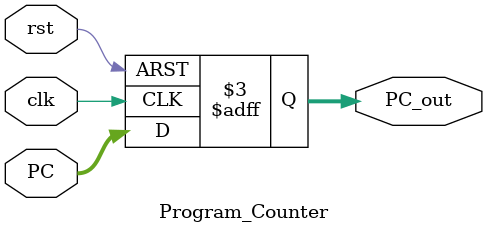
<source format=sv>
module Program_Counter(
  			input logic clk, 
  			input logic rst,
  			input logic [31:0] PC, 
  			output logic [31:0] PC_out
);
  
  always @(posedge clk or negedge rst) 
    begin
   
      if(!rst)
        PC_out <= 0; // zera o PC
    else 
        PC_out <= PC;      
  end
endmodule



</source>
